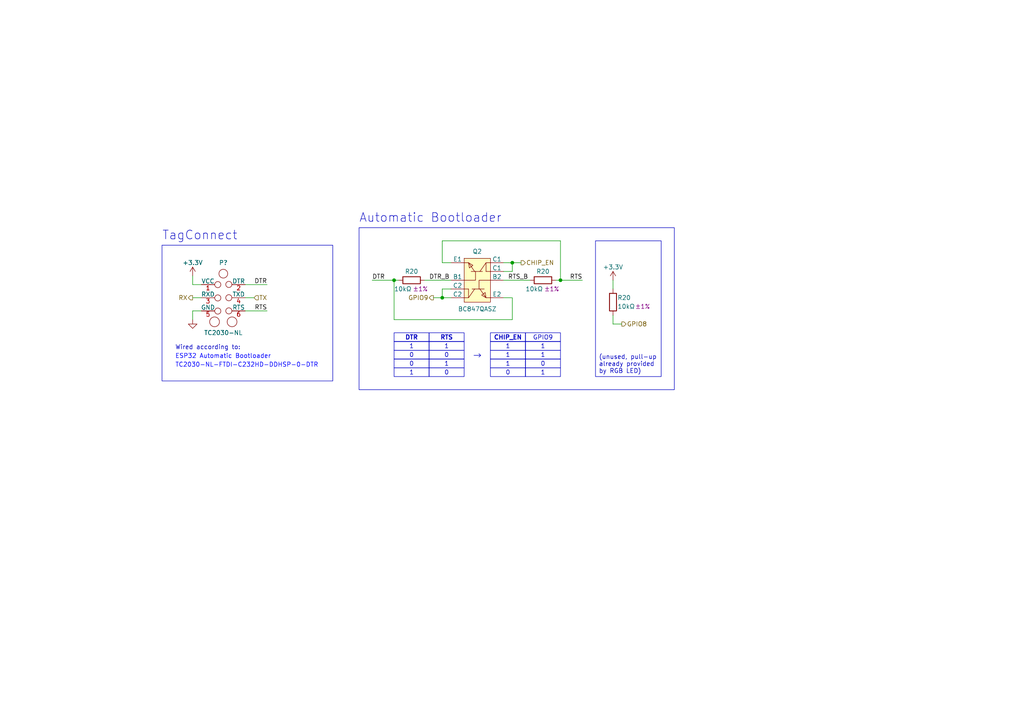
<source format=kicad_sch>
(kicad_sch (version 20230121) (generator eeschema)
  (paper "A4")
  (lib_symbols
    (symbol "Device:R" (pin_numbers hide) (pin_names (offset 0))
      (property "Reference" "R" (at 2.032 0 90))
      (property "Value" "R" (at 0 0 90))
      (symbol "R_0_1"
        (rectangle (start -1.016 -2.54) (end 1.016 2.54) (stroke (width 0.254)))
      )
      (symbol "R_1_1"
        (pin passive line (at 0 3.81 270) (length 1.27) (name "~") (number "1"))
        (pin passive line (at 0 -3.81 90) (length 1.27) (name "~") (number "2"))
      )
    )
    (symbol "Tag-Connect:TC2030_ESP" (pin_names (offset 0)) (in_bom no)
      (property "Reference" "P" (at 0 11.43 0))
      (property "Value" "TC2030" (at 0 -11.43 0))
      (symbol "TC2030_ESP_0_1"
        (circle (center -2.54 -6.985) (radius 1.4224))
        (circle (center -1.6002 3.81) (radius 0.889))
        (circle (center 0 6.985) (radius 1.27))
      )
      (symbol "TC2030_ESP_1_1"
        (circle (center -1.6002 -3.8608) (radius 0.889))
        (circle (center -1.6002 -0.0508) (radius 0.889))
        (circle (center 1.6002 -3.81) (radius 0.889))
        (circle (center 1.6002 0) (radius 0.889))
        (circle (center 1.6002 3.8608) (radius 0.889))
        (circle (center 2.54 -6.985) (radius 1.4224))
        (pin passive line (at -6.35 3.81 0) (length 3.81) (name "VCC") (number "1"))
        (pin passive line (at 6.35 3.81 180) (length 3.81) (name "DTR") (number "2"))
        (pin passive line (at -6.35 0 0) (length 3.81) (name "RXD") (number "3"))
        (pin passive line (at 6.35 0 180) (length 3.81) (name "TXD") (number "4"))
        (pin passive line (at -6.35 -3.81 0) (length 3.81) (name "GND") (number "5"))
        (pin passive line (at 6.35 -3.81 180) (length 3.81) (name "RTS") (number "6"))
      )
    )
    (symbol "easyeda2kicad:BC847QASZ" (pin_numbers hide) (pin_names (offset 0))
      (property "Reference" "Q" (at 10.16 0 90))
      (property "Value" "BC847QASZ" (at 0 -8.89 0))
      (symbol "BC847QASZ_0_1"
        (rectangle (start -3.81 6.35) (end 3.81 -6.35) (fill (type background)))
        (polyline (pts (xy -2.54 -5.08) (xy -3.81 -5.08)))
        (polyline (pts (xy -2.54 -2.54) (xy -3.81 -2.54)))
        (polyline (pts (xy -2.54 5.08) (xy -3.81 5.08)))
        (polyline (pts (xy -1.52 -2.54) (xy 2.03 -2.54)))
        (polyline (pts (xy -0.76 2.54) (xy -2.54 5.08)))
        (polyline (pts (xy 0.76 -2.54) (xy 2.54 -5.08)))
        (polyline (pts (xy 1.52 2.54) (xy -1.78 2.54)))
        (polyline (pts (xy 2.54 -5.08) (xy 3.81 -5.08)))
        (polyline (pts (xy 2.54 2.54) (xy 3.81 2.54)))
        (polyline (pts (xy 2.54 5.08) (xy 3.81 5.08)))
        (polyline (pts (xy -3.81 0) (xy -0.51 0) (xy -0.51 2.54)))
        (polyline (pts (xy -2.54 -2.54) (xy -2.54 -5.08) (xy -0.76 -2.54)))
        (polyline (pts (xy 2.54 2.54) (xy 2.54 5.08) (xy 0.76 2.54)))
        (polyline (pts (xy 3.81 0) (xy 0.51 0) (xy 0.51 -2.54)))
        (polyline (pts (xy -2.54 5.08) (xy -1.27 4.32) (xy -2.29 3.56) (xy -2.54 5.08)) (fill (type background)))
        (polyline (pts (xy 2.54 -5.08) (xy 1.27 -4.32) (xy 2.29 -3.56) (xy 2.54 -5.08)) (fill (type background)))
      )
      (symbol "BC847QASZ_1_1"
        (pin passive line (at -7.62 5.08 0) (length 3.81) (name "E1") (number "1"))
        (pin input line (at -7.62 0 0) (length 3.81) (name "B1") (number "2"))
        (pin passive line (at -7.62 -5.08 0) (length 3.81) (name "C2") (number "3"))
        (pin passive line (at 7.62 -5.08 180) (length 3.81) (name "E2") (number "4"))
        (pin input line (at 7.62 0 180) (length 3.81) (name "B2") (number "5"))
        (pin passive line (at 7.62 5.08 180) (length 3.81) (name "C1") (number "6"))
        (pin passive line (at 7.62 2.54 180) (length 3.81) (name "C1") (number "7"))
        (pin passive line (at -7.62 -2.54 0) (length 3.81) (name "C2") (number "8"))
      )
    )
    (symbol "power:+3.3V" (power) (pin_names (offset 0))
      (property "Value" "+3.3V" (at 0 3.556 0))
      (symbol "+3.3V_0_1"
        (polyline (pts (xy -0.762 1.27) (xy 0 2.54)))
        (polyline (pts (xy 0 0) (xy 0 2.54)))
        (polyline (pts (xy 0 2.54) (xy 0.762 1.27)))
      )
      (symbol "+3.3V_1_1"
        (pin power_in line (at 0 0 90) (length 0) hide (name "+3.3V") (number "1"))
      )
    )
    (symbol "power:GND" (power) (pin_names (offset 0))
      (property "Value" "GND" (at 0 -3.81 0))
      (symbol "GND_0_1"
        (polyline (pts (xy 0 0) (xy 0 -1.27) (xy 1.27 -1.27) (xy 0 -2.54) (xy -1.27 -1.27) (xy 0 -1.27)))
      )
      (symbol "GND_1_1"
        (pin power_in line (at 0 0 270) (length 0) hide (name "GND") (number "1"))
      )
    )
  )
  (junction (at 148.59 76.2))
  (junction (at 162.56 81.28))
  (junction (at 114.3 81.28))
  (junction (at 128.27 86.36))
  (wire (pts (xy 130.81 83.82) (xy 128.27 83.82)))
  (wire (pts (xy 128.27 76.2) (xy 128.27 69.85)))
  (wire (pts (xy 128.27 69.85) (xy 162.56 69.85)))
  (wire (pts (xy 146.05 76.2) (xy 148.59 76.2)))
  (wire (pts (xy 123.19 81.28) (xy 130.81 81.28)))
  (wire (pts (xy 114.3 81.28) (xy 114.3 92.71)))
  (wire (pts (xy 177.8 93.98) (xy 177.8 91.44)))
  (wire (pts (xy 168.91 81.28) (xy 162.56 81.28)))
  (wire (pts (xy 55.88 92.71) (xy 55.88 90.17)))
  (wire (pts (xy 77.47 82.55) (xy 71.12 82.55)))
  (wire (pts (xy 161.29 81.28) (xy 162.56 81.28)))
  (wire (pts (xy 128.27 76.2) (xy 130.81 76.2)))
  (wire (pts (xy 55.88 80.01) (xy 55.88 82.55)))
  (wire (pts (xy 148.59 92.71) (xy 114.3 92.71)))
  (wire (pts (xy 58.42 82.55) (xy 55.88 82.55)))
  (wire (pts (xy 107.95 81.28) (xy 114.3 81.28)))
  (wire (pts (xy 148.59 76.2) (xy 151.13 76.2)))
  (wire (pts (xy 128.27 86.36) (xy 125.73 86.36)))
  (wire (pts (xy 128.27 86.36) (xy 130.81 86.36)))
  (wire (pts (xy 128.27 83.82) (xy 128.27 86.36)))
  (wire (pts (xy 148.59 86.36) (xy 148.59 92.71)))
  (wire (pts (xy 114.3 81.28) (xy 115.57 81.28)))
  (wire (pts (xy 153.67 81.28) (xy 146.05 81.28)))
  (wire (pts (xy 146.05 78.74) (xy 148.59 78.74)))
  (wire (pts (xy 162.56 69.85) (xy 162.56 81.28)))
  (wire (pts (xy 71.12 90.17) (xy 77.47 90.17)))
  (wire (pts (xy 146.05 86.36) (xy 148.59 86.36)))
  (wire (pts (xy 73.66 86.36) (xy 71.12 86.36)))
  (wire (pts (xy 180.34 93.98) (xy 177.8 93.98)))
  (wire (pts (xy 148.59 76.2) (xy 148.59 78.74)))
  (wire (pts (xy 55.88 90.17) (xy 58.42 90.17)))
  (wire (pts (xy 177.8 81.28) (xy 177.8 83.82)))
  (wire (pts (xy 55.88 86.36) (xy 58.42 86.36)))
  (rectangle (start 104.14 66.04) (end 195.58 113.03))
  (rectangle (start 46.99 71.12) (end 96.52 110.49))
  (text_box "RTS" (at 124.46 96.52 0) (size 10.16 2.54) (effects (font (size 1.27 1.27) (thickness 0.254) bold)))
  (text_box "1" (at 114.3 99.06 0) (size 10.16 2.54) (effects (font (size 1.27 1.27))))
  (text_box "1" (at 124.46 99.06 0) (size 10.16 2.54) (effects (font (size 1.27 1.27))))
  (text_box "0" (at 142.24 106.68 0) (size 10.16 2.54) (effects (font (size 1.27 1.27))))
  (text_box "1" (at 124.46 104.14 0) (size 10.16 2.54) (effects (font (size 1.27 1.27))))
  (text_box "CHIP_EN" (at 142.24 96.52 0) (size 10.16 2.54) (effects (font (size 1.27 1.27) (thickness 0.254) bold)))
  (text_box "GPIO9" (at 152.4 96.52 0) (size 10.16 2.54) (effects (font (size 1.27 1.27))))
  (text_box "0" (at 114.3 104.14 0) (size 10.16 2.54) (effects (font (size 1.27 1.27))))
  (text_box "1" (at 142.24 99.06 0) (size 10.16 2.54) (effects (font (size 1.27 1.27))))
  (text_box "0" (at 152.4 104.14 0) (size 10.16 2.54) (effects (font (size 1.27 1.27))))
  (text_box "0" (at 124.46 106.68 0) (size 10.16 2.54) (effects (font (size 1.27 1.27))))
  (text_box "1" (at 152.4 99.06 0) (size 10.16 2.54) (effects (font (size 1.27 1.27))))
  (text_box "0" (at 114.3 101.6 0) (size 10.16 2.54) (effects (font (size 1.27 1.27))))
  (text_box "(unused, pull-up already provided by RGB LED)" (at 172.72 69.85 0) (size 19.05 39.37) (effects (font (size 1.27 1.27)) (justify left bottom)))
  (text_box "1" (at 114.3 106.68 0) (size 10.16 2.54) (effects (font (size 1.27 1.27))))
  (text_box "1" (at 142.24 101.6 0) (size 10.16 2.54) (effects (font (size 1.27 1.27))))
  (text_box "DTR" (at 114.3 96.52 0) (size 10.16 2.54) (effects (font (size 1.27 1.27) (thickness 0.254) bold)))
  (text_box "0" (at 124.46 101.6 0) (size 10.16 2.54) (effects (font (size 1.27 1.27))))
  (text_box "1" (at 152.4 101.6 0) (size 10.16 2.54) (effects (font (size 1.27 1.27))))
  (text_box "→" (at 134.62 96.52 0) (size 7.62 12.7) (stroke (width -0.0001)) (effects (font (size 2.54 2.54))))
  (text_box "1" (at 142.24 104.14 0) (size 10.16 2.54) (effects (font (size 1.27 1.27))))
  (text_box "1" (at 152.4 106.68 0) (size 10.16 2.54) (effects (font (size 1.27 1.27))))
  (text "Wired according to:" (at 50.8 101.6 0) (effects (font (size 1.27 1.27)) (justify left bottom)))
  (text "ESP32 Automatic Bootloader" (at 50.8 104.14 0) (effects (font (size 1.27 1.27)) (justify left bottom)))
  (text "Automatic Bootloader" (at 104.14 64.77 0) (effects (font (size 2.54 2.54)) (justify left bottom)))
  (text "TagConnect" (at 46.99 69.85 0) (effects (font (size 2.54 2.54)) (justify left bottom)))
  (text "TC2030-NL-FTDI-C232HD-DDHSP-0-DTR" (at 50.8 106.68 0) (effects (font (size 1.27 1.27)) (justify left bottom)))
  (label "DTR" (at 77.47 82.55 180))
  (label "DTR_B" (at 124.46 81.28 0))
  (label "DTR" (at 107.95 81.28 0))
  (label "RTS" (at 77.47 90.17 180))
  (label "RTS" (at 168.91 81.28 180))
  (label "RTS_B" (at 147.32 81.28 0))
  (hierarchical_label "GPIO9" (shape output) (at 125.73 86.36 180))
  (hierarchical_label "CHIP_EN" (shape output) (at 151.13 76.2 0))
  (hierarchical_label "GPIO8" (shape output) (at 180.34 93.98 0))
  (hierarchical_label "TX" (shape input) (at 73.66 86.36 0))
  (hierarchical_label "RX" (shape output) (at 55.88 86.36 180))
  (symbol (lib_id "power:+3.3V") (at 177.8 81.28 0) (unit 1)
    (property "Reference" "#PWR055" (effects hide))
    (property "Value" "+3.3V" (at 177.8 77.47 0))
  )
  (symbol (lib_id "Tag-Connect:TC2030_ESP") (at 64.77 86.36 0) (unit 1) (in_bom no)
    (property "Reference" "P?" (at 64.77 76.2 0))
    (property "Value" "TC2030-NL" (at 64.77 96.52 0))
    (property "Footprint" "Connector:Tag-Connect_TC2030-IDC-NL_2x03_P1.27mm_Vertical" (effects hide))
    (property "Datasheet" "https://www.tag-connect.com/wp-content/uploads/bsk-pdf-manager/2019/12/TC2030-IDC-NL-Datasheet-Rev-B.pdf" (effects hide))
    (property "Sim.Enable" "0" (effects hide))
    (instances (project "narrow-door-contact-sensor" (path "" (reference "P?") (unit 1)) (path "" (reference "P1") (unit 1))))
  )
  (symbol (lib_id "power:GND") (at 55.88 92.71 0) (unit 1)
    (property "Reference" "#PWR?" (effects hide))
    (property "Value" "GND" (effects hide))
    (instances (project "narrow-door-contact-sensor" (path "" (reference "#PWR?") (unit 1)) (path "" (reference "#PWR032") (unit 1))) (project "OBJEX-DoorSensor_v1.2" (path "" (reference "#PWR030") (unit 1)) (path "" (reference "#PWR030") (unit 1))))
  )
  (symbol (lib_id "Device:R") (at 177.8 87.63 180) (unit 1) (on_board no)
    (property "Reference" "R20" (at 179.07 86.36 0) (effects (justify right)))
    (property "Value" "10kΩ" (at 179.07 88.9 0) (effects (justify right)))
    (property "Footprint" "Resistor_SMD:R_0201_0603Metric" (effects hide))
    (property "Tolerance" "±1%" (at 184.15 88.9 0) (effects (justify right)))
    (property "LCSC Part" "C304504" (effects hide))
    (property "Sim.Device" "R" (effects hide))
    (property "Sim.Params" "r=10k" (effects hide))
    (property "Sim.Pins" "1=+ 2=-" (effects hide))
    (instances (project "narrow-door-contact-sensor" (path "" (reference "R20") (unit 1)) (path "" (reference "R25") (unit 1))))
  )
  (symbol (lib_id "Device:R") (at 157.48 81.28 270) (mirror x) (unit 1)
    (property "Reference" "R20" (at 157.48 78.74 90))
    (property "Value" "10kΩ" (at 154.94 83.82 90))
    (property "Footprint" "Resistor_SMD:R_0201_0603Metric" (effects hide))
    (property "Tolerance" "±1%" (at 160.02 83.82 90))
    (property "LCSC Part" "C304504" (effects hide))
    (property "Sim.Device" "R" (effects hide))
    (property "Sim.Pins" "1=+ 2=-" (effects hide))
    (property "Sim.Params" "r=10k" (effects hide))
    (instances (project "narrow-door-contact-sensor" (path "" (reference "R20") (unit 1)) (path "" (reference "R24") (unit 1))))
  )
  (symbol (lib_id "Device:R") (at 119.38 81.28 90) (unit 1)
    (property "Reference" "R20" (at 119.38 78.74 90))
    (property "Value" "10kΩ" (at 116.84 83.82 90))
    (property "Footprint" "Resistor_SMD:R_0201_0603Metric" (effects hide))
    (property "Tolerance" "±1%" (at 121.92 83.82 90))
    (property "LCSC Part" "C304504" (effects hide))
    (property "Sim.Device" "R" (effects hide))
    (property "Sim.Pins" "1=+ 2=-" (effects hide))
    (property "Sim.Params" "r=10k" (effects hide))
    (instances (project "narrow-door-contact-sensor" (path "" (reference "R20") (unit 1)) (path "" (reference "R23") (unit 1))))
  )
  (symbol (lib_id "easyeda2kicad:BC847QASZ") (at 138.43 81.28 0) (unit 1)
    (property "Reference" "Q2" (at 138.43 73.66 0) (effects (justify bottom)))
    (property "Value" "BC847QASZ" (at 138.43 88.9 0) (effects (justify top)))
    (property "Footprint" "easyeda2kicad:DFN1010B-6_L1.1-W1.0-P0.35-BL" (effects hide))
    (property "Datasheet" "https://lcsc.com/product-detail/presales_Nexperia-BC847QASZ_C549491.html" (effects hide))
    (property "LCSC Part" "C549491" (effects hide))
    (property "Sim.Library" "lib/BC847QAS.spice.txt" (effects hide))
    (property "Sim.Name" "BC847QAS" (effects hide))
    (property "Sim.Device" "SUBCKT" (effects hide))
    (property "Sim.Pins" "1=1 2=2 3=3 4=4 5=5 6=6 7=7 8=8" (effects hide))
  )
  (symbol (lib_id "power:+3.3V") (at 55.88 80.01 0) (unit 1)
    (property "Reference" "#PWR?" (effects hide))
    (property "Value" "+3.3V" (at 55.88 76.2 0))
    (instances (project "narrow-door-contact-sensor" (path "" (reference "#PWR?") (unit 1)) (path "" (reference "#PWR031") (unit 1))))
  )
)
</source>
